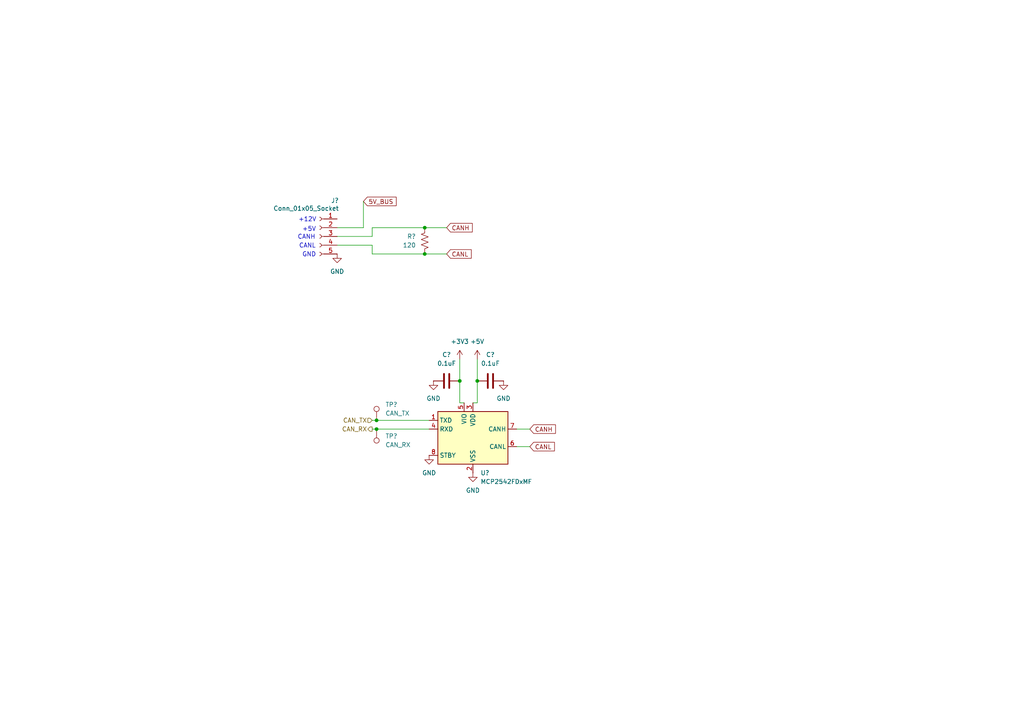
<source format=kicad_sch>
(kicad_sch (version 20231120) (generator "eeschema") (generator_version "8.0")
  (paper "A4")
  (lib_symbols
    (symbol "Connector:Conn_01x05_Socket" (pin_names (offset 1.016) hide)
      (property "Reference" "J" (at 0 7.62 0))
      (property "Value" "Conn_01x05_Socket" (at 0 -7.62 0))
      (symbol "Conn_01x05_Socket_1_1"
        (arc (start 0 -4.572) (mid -0.5058 -5.08) (end 0 -5.588) (stroke (width 0.1524)))
        (arc (start 0 -2.032) (mid -0.5058 -2.54) (end 0 -3.048) (stroke (width 0.1524)))
        (polyline (pts (xy -1.27 -5.08) (xy -0.508 -5.08)) (stroke (width 0.1524)))
        (polyline (pts (xy -1.27 -2.54) (xy -0.508 -2.54)) (stroke (width 0.1524)))
        (polyline (pts (xy -1.27 0) (xy -0.508 0)) (stroke (width 0.1524)))
        (polyline (pts (xy -1.27 2.54) (xy -0.508 2.54)) (stroke (width 0.1524)))
        (polyline (pts (xy -1.27 5.08) (xy -0.508 5.08)) (stroke (width 0.1524)))
        (arc (start 0 0.508) (mid -0.5058 0) (end 0 -0.508) (stroke (width 0.1524)))
        (arc (start 0 3.048) (mid -0.5058 2.54) (end 0 2.032) (stroke (width 0.1524)))
        (arc (start 0 5.588) (mid -0.5058 5.08) (end 0 4.572) (stroke (width 0.1524)))
        (pin passive line (at -5.08 5.08 0) (length 3.81) (name "Pin_1") (number "1"))
        (pin passive line (at -5.08 2.54 0) (length 3.81) (name "Pin_2") (number "2"))
        (pin passive line (at -5.08 0 0) (length 3.81) (name "Pin_3") (number "3"))
        (pin passive line (at -5.08 -2.54 0) (length 3.81) (name "Pin_4") (number "4"))
        (pin passive line (at -5.08 -5.08 0) (length 3.81) (name "Pin_5") (number "5"))
      )
    )
    (symbol "Connector:TestPoint" (pin_numbers hide) (pin_names (offset 0.762) hide)
      (property "Reference" "TP" (at 0 6.858 0))
      (property "Value" "TestPoint" (at 0 5.08 0))
      (symbol "TestPoint_0_1"
        (circle (center 0 3.302) (radius 0.762))
      )
      (symbol "TestPoint_1_1"
        (pin passive line (at 0 0 90) (length 2.54) (name "1") (number "1"))
      )
    )
    (symbol "Device:C" (pin_numbers hide) (pin_names (offset 0.254))
      (property "Reference" "C" (at 0.635 2.54 0))
      (property "Value" "C" (at 0.635 -2.54 0))
      (symbol "C_0_1"
        (polyline (pts (xy -2.032 -0.762) (xy 2.032 -0.762)) (stroke (width 0.508)))
        (polyline (pts (xy -2.032 0.762) (xy 2.032 0.762)) (stroke (width 0.508)))
      )
      (symbol "C_1_1"
        (pin passive line (at 0 3.81 270) (length 2.794) (name "~") (number "1"))
        (pin passive line (at 0 -3.81 90) (length 2.794) (name "~") (number "2"))
      )
    )
    (symbol "Device:R_US" (pin_numbers hide) (pin_names (offset 0))
      (property "Reference" "R" (at 2.54 0 90))
      (property "Value" "R_US" (at -2.54 0 90))
      (symbol "R_US_0_1"
        (polyline (pts (xy 0 -2.286) (xy 0 -2.54)))
        (polyline (pts (xy 0 2.286) (xy 0 2.54)))
        (polyline (pts (xy 0 -0.762) (xy 1.016 -1.143) (xy 0 -1.524) (xy -1.016 -1.905) (xy 0 -2.286)))
        (polyline (pts (xy 0 0.762) (xy 1.016 0.381) (xy 0 0) (xy -1.016 -0.381) (xy 0 -0.762)))
        (polyline (pts (xy 0 2.286) (xy 1.016 1.905) (xy 0 1.524) (xy -1.016 1.143) (xy 0 0.762)))
      )
      (symbol "R_US_1_1"
        (pin passive line (at 0 3.81 270) (length 1.27) (name "~") (number "1"))
        (pin passive line (at 0 -3.81 90) (length 1.27) (name "~") (number "2"))
      )
    )
    (symbol "Interface_CAN_LIN:MCP2542FDxMF"
      (property "Reference" "U" (at -10.16 8.89 0))
      (property "Value" "MCP2542FDxMF" (at 2.54 8.89 0))
      (symbol "MCP2542FDxMF_0_1"
        (rectangle (start -10.16 7.62) (end 10.16 -7.62) (stroke (width 0.254)) (fill (type background)))
      )
      (symbol "MCP2542FDxMF_1_1"
        (pin input line (at -12.7 5.08 0) (length 2.54) (name "TXD") (number "1"))
        (pin power_in line (at 0 -10.16 90) (length 2.54) (name "VSS") (number "2"))
        (pin power_in line (at 0 10.16 270) (length 2.54) (name "VDD") (number "3"))
        (pin output line (at -12.7 2.54 0) (length 2.54) (name "RXD") (number "4"))
        (pin power_in line (at -2.54 10.16 270) (length 2.54) (name "VIO") (number "5"))
        (pin bidirectional line (at 12.7 -2.54 180) (length 2.54) (name "CANL") (number "6"))
        (pin bidirectional line (at 12.7 2.54 180) (length 2.54) (name "CANH") (number "7"))
        (pin input line (at -12.7 -5.08 0) (length 2.54) (name "STBY") (number "8"))
        (pin passive line (at 0 -10.16 90) (length 2.54) hide (name "VSS") (number "9"))
      )
    )
    (symbol "power:+3V3" (power) (pin_numbers hide) (pin_names (offset 0) hide)
      (property "Value" "+3V3" (at 0 3.556 0))
      (symbol "+3V3_0_1"
        (polyline (pts (xy -0.762 1.27) (xy 0 2.54)))
        (polyline (pts (xy 0 0) (xy 0 2.54)))
        (polyline (pts (xy 0 2.54) (xy 0.762 1.27)))
      )
      (symbol "+3V3_1_1"
        (pin power_in line (at 0 0 90) (length 0) (name "~") (number "1"))
      )
    )
    (symbol "power:+5V" (power) (pin_numbers hide) (pin_names (offset 0) hide)
      (property "Value" "+5V" (at 0 3.556 0))
      (symbol "+5V_0_1"
        (polyline (pts (xy -0.762 1.27) (xy 0 2.54)))
        (polyline (pts (xy 0 0) (xy 0 2.54)))
        (polyline (pts (xy 0 2.54) (xy 0.762 1.27)))
      )
      (symbol "+5V_1_1"
        (pin power_in line (at 0 0 90) (length 0) (name "~") (number "1"))
      )
    )
    (symbol "power:GND" (power) (pin_numbers hide) (pin_names (offset 0) hide)
      (property "Value" "GND" (at 0 -3.81 0))
      (symbol "GND_0_1"
        (polyline (pts (xy 0 0) (xy 0 -1.27) (xy 1.27 -1.27) (xy 0 -2.54) (xy -1.27 -1.27) (xy 0 -1.27)))
      )
      (symbol "GND_1_1"
        (pin power_in line (at 0 0 270) (length 0) (name "~") (number "1"))
      )
    )
  )
  (junction (at 109.22 121.92))
  (junction (at 133.35 110.49))
  (junction (at 123.19 66.04))
  (junction (at 123.19 73.66))
  (junction (at 138.43 110.49))
  (junction (at 109.22 124.46))
  (wire (pts (xy 97.79 66.04) (xy 105.41 66.04)))
  (wire (pts (xy 107.95 121.92) (xy 109.22 121.92)))
  (wire (pts (xy 107.95 73.66) (xy 123.19 73.66)))
  (wire (pts (xy 109.22 124.46) (xy 124.46 124.46)))
  (wire (pts (xy 129.54 73.66) (xy 123.19 73.66)))
  (wire (pts (xy 138.43 116.84) (xy 137.16 116.84)))
  (wire (pts (xy 107.95 124.46) (xy 109.22 124.46)))
  (wire (pts (xy 107.95 66.04) (xy 107.95 68.58)))
  (wire (pts (xy 133.35 116.84) (xy 134.62 116.84)))
  (wire (pts (xy 149.86 124.46) (xy 153.67 124.46)))
  (wire (pts (xy 138.43 110.49) (xy 138.43 116.84)))
  (wire (pts (xy 138.43 104.14) (xy 138.43 110.49)))
  (wire (pts (xy 107.95 71.12) (xy 107.95 73.66)))
  (wire (pts (xy 149.86 129.54) (xy 153.67 129.54)))
  (wire (pts (xy 105.41 58.42) (xy 105.41 66.04)))
  (wire (pts (xy 123.19 66.04) (xy 107.95 66.04)))
  (wire (pts (xy 133.35 110.49) (xy 133.35 116.84)))
  (wire (pts (xy 109.22 121.92) (xy 124.46 121.92)))
  (wire (pts (xy 133.35 104.14) (xy 133.35 110.49)))
  (wire (pts (xy 107.95 68.58) (xy 97.79 68.58)))
  (wire (pts (xy 129.54 66.04) (xy 123.19 66.04)))
  (wire (pts (xy 107.95 71.12) (xy 97.79 71.12)))
  (text "GND" (at 89.662 73.914 0) (effects (font (size 1.27 1.27))))
  (text "+5V" (at 89.662 66.548 0) (effects (font (size 1.27 1.27))))
  (text "CANL\n" (at 89.154 71.374 0) (effects (font (size 1.27 1.27))))
  (text "CANH" (at 88.9 68.834 0) (effects (font (size 1.27 1.27))))
  (text "+12V" (at 89.154 63.754 0) (effects (font (size 1.27 1.27))))
  (global_label "CANH" (shape input) (at 153.67 124.46 0) (property "Intersheetrefs" "${INTERSHEET_REFS}" (effects (hide yes))))
  (global_label "5V_BUS" (shape input) (at 105.41 58.42 0) (property "Intersheetrefs" "${INTERSHEET_REFS}" (effects (hide yes))))
  (global_label "CANL" (shape input) (at 129.54 73.66 0) (property "Intersheetrefs" "${INTERSHEET_REFS}" (effects (hide yes))))
  (global_label "CANH" (shape input) (at 129.54 66.04 0) (property "Intersheetrefs" "${INTERSHEET_REFS}" (effects (hide yes))))
  (global_label "CANL" (shape input) (at 153.67 129.54 0) (property "Intersheetrefs" "${INTERSHEET_REFS}" (effects (hide yes))))
  (hierarchical_label "CAN_RX" (shape output) (at 107.95 124.46 180))
  (hierarchical_label "CAN_TX" (shape input) (at 107.95 121.92 180))
  (symbol (lib_id "Device:R_US") (at 123.19 69.85 0) (mirror y) (unit 1)
    (property "Reference" "R?" (at 120.65 68.5799 0) (effects (justify left)))
    (property "Value" "120" (at 120.65 71.1199 0) (effects (justify left)))
    (property "Footprint" "Resistor_SMD:R_0603_1608Metric" (effects (hide yes)))
    (property "Description" "Resistor, US symbol" (effects (hide yes)))
  )
  (symbol (lib_id "Device:C") (at 142.24 110.49 90) (unit 1)
    (property "Reference" "C?" (at 142.24 102.87 90))
    (property "Value" "0.1uF" (at 142.24 105.41 90))
    (property "Footprint" "Capacitor_SMD:C_0603_1608Metric" (effects (hide yes)))
    (property "Description" "Unpolarized capacitor" (effects (hide yes)))
  )
  (symbol (lib_id "Connector:TestPoint") (at 109.22 121.92 0) (unit 1)
    (property "Reference" "TP?" (at 111.76 117.3479 0) (effects (justify left)))
    (property "Value" "CAN_TX" (at 111.76 119.8879 0) (effects (justify left)))
    (property "Footprint" "Connector_PinHeader_2.54mm:PinHeader_1x01_P2.54mm_Vertical" (effects (hide yes)))
    (property "Description" "test point" (effects (hide yes)))
  )
  (symbol (lib_id "Device:C") (at 129.54 110.49 90) (unit 1)
    (property "Reference" "C?" (at 129.54 102.87 90))
    (property "Value" "0.1uF" (at 129.54 105.41 90))
    (property "Footprint" "Capacitor_SMD:C_0603_1608Metric" (effects (hide yes)))
    (property "Description" "Unpolarized capacitor" (effects (hide yes)))
  )
  (symbol (lib_id "power:GND") (at 97.79 73.66 0) (mirror y) (unit 1)
    (property "Reference" "#PWR041" (effects (hide yes)))
    (property "Value" "GND" (at 97.79 78.74 0))
    (property "Description" "Power symbol creates a global label with name \"GND\" , ground" (effects (hide yes)))
  )
  (symbol (lib_id "Interface_CAN_LIN:MCP2542FDxMF") (at 137.16 127 0) (unit 1)
    (property "Reference" "U?" (at 139.3541 137.16 0) (effects (justify left)))
    (property "Value" "MCP2542FDxMF" (at 139.3541 139.7 0) (effects (justify left)))
    (property "Footprint" "Package_DFN_QFN:DFN-8-1EP_3x3mm_P0.65mm_EP1.55x2.4mm" (effects (hide yes)))
    (property "Datasheet" "http://ww1.microchip.com/downloads/en/DeviceDoc/MCP2542FD-4FD-MCP2542WFD-4WFD-Data-Sheet20005514B.pdf" (effects (hide yes)))
    (property "Description" "CAN-FD Transceiver, Wake-Up on CAN activity, 8Mbps, 5V supply, STBY pin, 3x3 DFN-8" (effects (hide yes)))
  )
  (symbol (lib_id "power:GND") (at 125.73 110.49 0) (unit 1)
    (property "Reference" "#PWR043" (effects (hide yes)))
    (property "Value" "GND" (at 125.73 115.57 0))
    (property "Description" "Power symbol creates a global label with name \"GND\" , ground" (effects (hide yes)))
  )
  (symbol (lib_id "Connector:TestPoint") (at 109.22 124.46 180) (unit 1)
    (property "Reference" "TP?" (at 111.76 126.4919 0) (effects (justify right)))
    (property "Value" "CAN_RX" (at 111.76 129.0319 0) (effects (justify right)))
    (property "Footprint" "Connector_PinHeader_2.54mm:PinHeader_1x01_P2.54mm_Vertical" (effects (hide yes)))
    (property "Description" "test point" (effects (hide yes)))
  )
  (symbol (lib_id "power:+3V3") (at 133.35 104.14 0) (unit 1)
    (property "Reference" "#PWR044" (effects (hide yes)))
    (property "Value" "+3V3" (at 133.35 99.06 0))
    (property "Description" "Power symbol creates a global label with name \"+3V3\"" (effects (hide yes)))
  )
  (symbol (lib_id "Connector:Conn_01x05_Socket") (at 92.71 68.58 0) (mirror y) (unit 1)
    (property "Reference" "J?" (at 98.298 58.166 0) (effects (justify left)))
    (property "Value" "Conn_01x05_Socket" (at 98.298 60.452 0) (effects (justify left)))
    (property "Footprint" "Connector_PinSocket_2.54mm:PinSocket_1x05_P2.54mm_Vertical" (effects (hide yes)))
    (property "Description" "Generic connector, single row, 01x05, script generated" (effects (hide yes)))
  )
  (symbol (lib_id "power:+5V") (at 138.43 104.14 0) (unit 1)
    (property "Reference" "#PWR046" (effects (hide yes)))
    (property "Value" "+5V" (at 138.43 99.06 0))
    (property "Description" "Power symbol creates a global label with name \"+5V\"" (effects (hide yes)))
  )
  (symbol (lib_id "power:GND") (at 146.05 110.49 0) (unit 1)
    (property "Reference" "#PWR047" (effects (hide yes)))
    (property "Value" "GND" (at 146.05 115.57 0))
    (property "Description" "Power symbol creates a global label with name \"GND\" , ground" (effects (hide yes)))
  )
  (symbol (lib_id "power:GND") (at 137.16 137.16 0) (unit 1)
    (property "Reference" "#PWR045" (effects (hide yes)))
    (property "Value" "GND" (at 137.16 142.24 0))
    (property "Description" "Power symbol creates a global label with name \"GND\" , ground" (effects (hide yes)))
  )
  (symbol (lib_id "power:GND") (at 124.46 132.08 0) (unit 1)
    (property "Reference" "#PWR042" (effects (hide yes)))
    (property "Value" "GND" (at 124.46 137.16 0))
    (property "Description" "Power symbol creates a global label with name \"GND\" , ground" (effects (hide yes)))
  )
)
</source>
